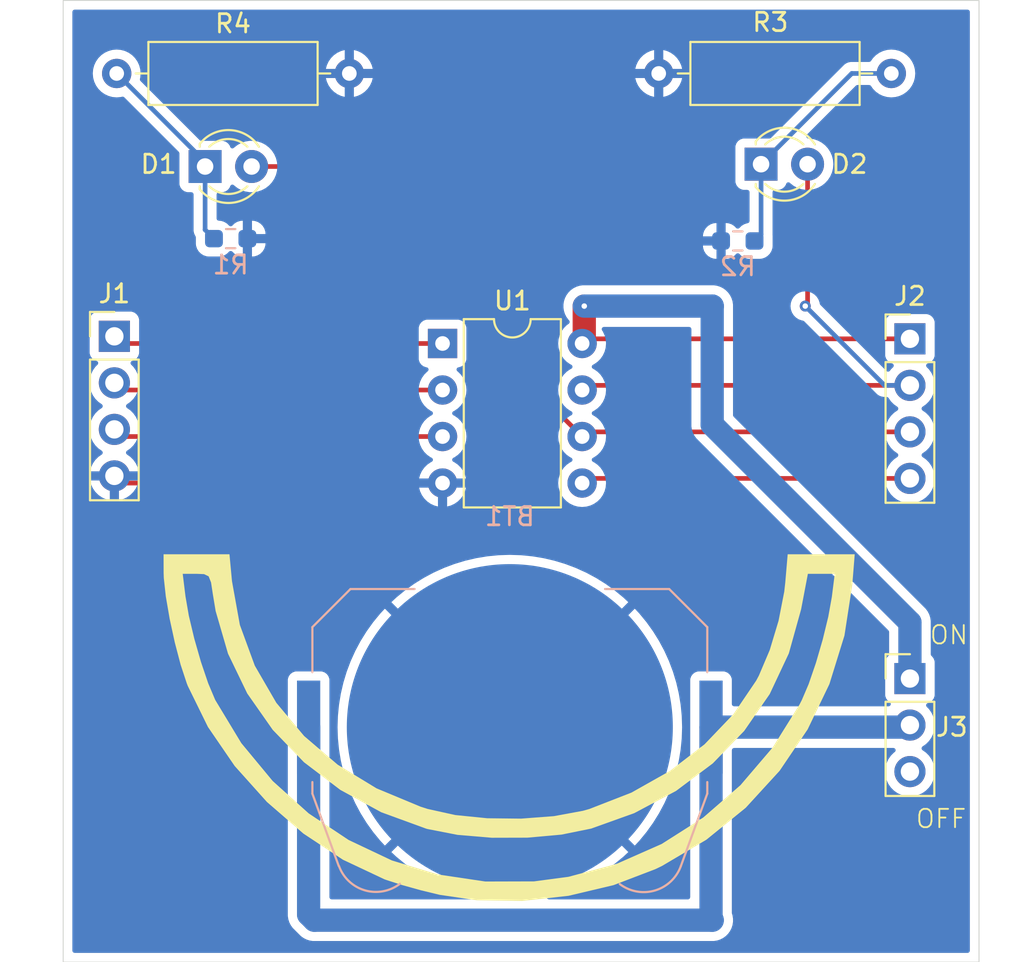
<source format=kicad_pcb>
(kicad_pcb (version 20240108) (generator "pcbnew") (generator_version "8.0")
  (layers (0 "F.Cu" signal) (31 "B.Cu" signal) (34 "B.Paste" user) (35 "F.Paste" user) (36 "B.SilkS" user "B.Silkscreen") (37 "F.SilkS" user "F.Silkscreen") (38 "B.Mask" user) (39 "F.Mask" user) (44 "Edge.Cuts" user))
  (net 0 "")
  (net 1 "Net-(D1-K)")
  (net 2 "Net-(D1-A)")
  (net 3 "Net-(D2-K)")
  (net 4 "Net-(D2-A)")
  (net 5 "GND")
  (net 6 "Net-(J1-Pin_2)")
  (net 7 "Net-(J1-Pin_3)")
  (net 8 "Net-(J1-Pin_1)")
  (net 9 "Net-(J2-Pin_4)")
  (net 10 "+3V0")
  (net 11 "Net-(J2-Pin_1)")
  (footprint "Package_DIP:DIP-8_W7.62mm" (layer "F.Cu") (at 115.707 86.116)
    (property "Reference" "U1" (at 3.81 -2.33 0) (layer "F.SilkS"))
    (property "Value" "ATtiny85V-10P")
    (fp_line (start 1.16 -1.33) (end 1.16 8.95) (stroke (width 0.12)) (layer "F.SilkS"))
    (fp_line (start 1.16 8.95) (end 6.46 8.95) (stroke (width 0.12)) (layer "F.SilkS"))
    (fp_line (start 2.81 -1.33) (end 1.16 -1.33) (stroke (width 0.12)) (layer "F.SilkS"))
    (fp_line (start 6.46 -1.33) (end 4.81 -1.33) (stroke (width 0.12)) (layer "F.SilkS"))
    (fp_line (start 6.46 8.95) (end 6.46 -1.33) (stroke (width 0.12)) (layer "F.SilkS"))
    (fp_arc (start 4.81 -1.33) (mid 3.81 -0.33) (end 2.81 -1.33) (stroke (width 0.12)) (layer "F.SilkS"))
    (pad "1" thru_hole rect (at 0 0) (size 1.6 1.6) (drill 0.8) (layers "*.Cu" "*.Mask") (net 8 "Net-(J1-Pin_1)"))
    (pad "2" thru_hole oval (at 0 2.54) (size 1.6 1.6) (drill 0.8) (layers "*.Cu" "*.Mask") (net 6 "Net-(J1-Pin_2)"))
    (pad "3" thru_hole oval (at 0 5.08) (size 1.6 1.6) (drill 0.8) (layers "*.Cu" "*.Mask") (net 7 "Net-(J1-Pin_3)"))
    (pad "4" thru_hole oval (at 0 7.62) (size 1.6 1.6) (drill 0.8) (layers "*.Cu" "*.Mask") (net 5 "GND"))
    (pad "5" thru_hole oval (at 7.62 7.62) (size 1.6 1.6) (drill 0.8) (layers "*.Cu" "*.Mask") (net 9 "Net-(J2-Pin_4)"))
    (pad "6" thru_hole oval (at 7.62 5.08) (size 1.6 1.6) (drill 0.8) (layers "*.Cu" "*.Mask") (net 2 "Net-(D1-A)"))
    (pad "7" thru_hole oval (at 7.62 2.54) (size 1.6 1.6) (drill 0.8) (layers "*.Cu" "*.Mask") (net 4 "Net-(D2-A)"))
    (pad "8" thru_hole oval (at 7.62 0) (size 1.6 1.6) (drill 0.8) (layers "*.Cu" "*.Mask") (net 11 "Net-(J2-Pin_1)"))
  )
  (footprint "LOGO" (layer "F.Cu") (at 119.634 107.442)
    (property "Reference" "G***" (hide yes))
    (property "Value" "LOGO" (hide yes))
    (fp_poly (pts (xy -15.422452 -8.349628) (xy -14.992039 -5.961171) (xy -14.177467 -3.739059) (xy -13.001211 -1.709446) (xy -11.485742 0.101516) (xy -9.653534 1.667675) (xy -7.527059 2.962879) (xy -5.128791 3.960975) (xy -4.735593 4.086966) (xy -3.233628 4.418188) (xy -1.483232 4.593854) (xy 0.363116 4.613966) (xy 2.152939 4.478522) (xy 3.733758 4.187523) (xy 4.089831 4.086966) (xy 6.38506 3.193402) (xy 8.499875 2.001299) (xy 10.377726 0.555178) (xy 11.96206 -1.100442) (xy 13.19633 -2.921042) (xy 13.344146 -3.198537) (xy 13.935967 -4.59129) (xy 14.417932 -6.19016) (xy 14.728162 -7.777033) (xy 14.783177 -8.271008) (xy 14.915714 -9.818487) (xy 16.745694 -9.818487) (xy 18.575674 -9.818487) (xy 18.44415 -8.164286) (xy 18.014609 -5.377595) (xy 17.194281 -2.731306) (xy 16.00688 -0.259691) (xy 14.476126 2.002972) (xy 12.625734 4.022408) (xy 10.479421 5.764343) (xy 8.060905 7.1945) (xy 7.694077 7.371587) (xy 5.410585 8.244791) (xy 2.949911 8.828448) (xy 0.424535 9.109177) (xy -2.053065 9.073601) (xy -4.08983 8.77326) (xy -5.115529 8.52462) (xy -6.151071 8.23598) (xy -6.996646 7.963623) (xy -7.103389 7.924401) (xy -9.367988 6.857069) (xy -11.527367 5.428711) (xy -13.517674 3.702645) (xy -15.27506 1.74219) (xy -16.735672 -0.389335) (xy -17.835661 -2.628613) (xy -17.892545 -2.77479) (xy -18.224998 -3.784883) (xy -18.546088 -5.006231) (xy -18.826251 -6.297599) (xy -19.035922 -7.517754) (xy -19.145535 -8.525462) (xy -19.153028 -8.75126) (xy -18.112333 -8.75126) (xy -17.962022 -7.523949) (xy -17.778235 -6.460353) (xy -17.481593 -5.214847) (xy -17.115128 -3.936957) (xy -16.721871 -2.77621) (xy -16.344853 -1.882131) (xy -16.329791 -1.852203) (xy -14.912023 0.492251) (xy -13.200597 2.558859) (xy -11.234205 4.32827) (xy -9.051539 5.781138) (xy -6.691292 6.898112) (xy -4.192157 7.659845) (xy -1.592827 8.046987) (xy 1.068007 8.040191) (xy 2.951692 7.789697) (xy 5.57473 7.083666) (xy 8.037576 5.996219) (xy 10.304091 4.554724) (xy 12.338132 2.78655) (xy 14.103559 0.719067) (xy 15.564233 -1.620359) (xy 15.684029 -1.852203) (xy 16.060289 -2.731661) (xy 16.455933 -3.883842) (xy 16.827542 -5.159147) (xy 17.131695 -6.407975) (xy 17.324974 -7.480727) (xy 17.330829 -7.526116) (xy 17.485198 -8.75126) (xy 16.751948 -8.75126) (xy 16.018698 -8.75126) (xy 15.649058 -6.812364) (xy 14.978651 -4.406122) (xy 13.934052 -2.183878) (xy 12.541609 -0.173147) (xy 10.827672 1.598557) (xy 8.818591 3.103719) (xy 6.540715 4.314824) (xy 4.185278 5.158488) (xy 2.565226 5.487149) (xy 0.704393 5.653796) (xy -1.239704 5.65843) (xy -3.109547 5.501049) (xy -4.747618 5.181655) (xy -4.831039 5.158488) (xy -7.279438 4.263734) (xy -9.510947 3.044184) (xy -11.49413 1.534395) (xy -13.197545 -0.231078) (xy -14.589756 -2.21768) (xy -15.639322 -4.390855) (xy -16.314805 -6.716046) (xy -16.466651 -7.630672) (xy -16.566014 -8.280472) (xy -16.697441 -8.612956) (xy -16.946041 -8.734443) (xy -17.363654 -8.75126) (xy -18.112333 -8.75126) (xy -19.153028 -8.75126) (xy -19.154799 -8.804622) (xy -19.157627 -9.818487) (xy -17.358876 -9.818487) (xy -15.560125 -9.818487)) (fill solid) (layer "F.SilkS"))
  )
  (footprint "Connector_PinHeader_2.54mm:PinHeader_1x04_P2.54mm_Vertical" (layer "F.Cu") (at 97.79 85.725)
    (property "Reference" "J1" (at 0 -2.33 0) (layer "F.SilkS"))
    (property "Value" "Conn_01x04_Pin")
    (fp_line (start -1.33 -1.33) (end 0 -1.33) (stroke (width 0.12)) (layer "F.SilkS"))
    (fp_line (start -1.33 0) (end -1.33 -1.33) (stroke (width 0.12)) (layer "F.SilkS"))
    (fp_line (start -1.33 1.27) (end -1.33 8.95) (stroke (width 0.12)) (layer "F.SilkS"))
    (fp_line (start -1.33 1.27) (end 1.33 1.27) (stroke (width 0.12)) (layer "F.SilkS"))
    (fp_line (start -1.33 8.95) (end 1.33 8.95) (stroke (width 0.12)) (layer "F.SilkS"))
    (fp_line (start 1.33 1.27) (end 1.33 8.95) (stroke (width 0.12)) (layer "F.SilkS"))
    (pad "1" thru_hole rect (at 0 0) (size 1.7 1.7) (drill 1) (layers "*.Cu" "*.Mask") (net 8 "Net-(J1-Pin_1)"))
    (pad "2" thru_hole oval (at 0 2.54) (size 1.7 1.7) (drill 1) (layers "*.Cu" "*.Mask") (net 6 "Net-(J1-Pin_2)"))
    (pad "3" thru_hole oval (at 0 5.08) (size 1.7 1.7) (drill 1) (layers "*.Cu" "*.Mask") (net 7 "Net-(J1-Pin_3)"))
    (pad "4" thru_hole oval (at 0 7.62) (size 1.7 1.7) (drill 1) (layers "*.Cu" "*.Mask") (net 5 "GND"))
  )
  (footprint "Resistor_THT:R_Axial_DIN0309_L9.0mm_D3.2mm_P12.70mm_Horizontal" (layer "F.Cu") (at 97.917 71.374)
    (property "Reference" "R4" (at 6.35 -2.72 0) (layer "F.SilkS"))
    (property "Value" "1M")
    (fp_line (start 1.04 0) (end 1.73 0) (stroke (width 0.12)) (layer "F.SilkS"))
    (fp_line (start 1.73 -1.72) (end 1.73 1.72) (stroke (width 0.12)) (layer "F.SilkS"))
    (fp_line (start 1.73 1.72) (end 10.97 1.72) (stroke (width 0.12)) (layer "F.SilkS"))
    (fp_line (start 10.97 -1.72) (end 1.73 -1.72) (stroke (width 0.12)) (layer "F.SilkS"))
    (fp_line (start 10.97 1.72) (end 10.97 -1.72) (stroke (width 0.12)) (layer "F.SilkS"))
    (fp_line (start 11.66 0) (end 10.97 0) (stroke (width 0.12)) (layer "F.SilkS"))
    (pad "1" thru_hole circle (at 0 0) (size 1.6 1.6) (drill 0.8) (layers "*.Cu" "*.Mask") (net 1 "Net-(D1-K)"))
    (pad "2" thru_hole oval (at 12.7 0) (size 1.6 1.6) (drill 0.8) (layers "*.Cu" "*.Mask") (net 5 "GND"))
  )
  (footprint "LED_THT:LED_D3.0mm" (layer "F.Cu") (at 133.096 76.327)
    (property "Reference" "D2" (at 4.826 0 0) (layer "F.SilkS"))
    (property "Value" "LED")
    (fp_line (start -0.29 -1.236) (end -0.29 -1.08) (stroke (width 0.12)) (layer "F.SilkS"))
    (fp_line (start -0.29 1.08) (end -0.29 1.236) (stroke (width 0.12)) (layer "F.SilkS"))
    (fp_arc (start -0.29 -1.235516) (mid 1.365624 -1.987701) (end 2.941397 -1.080061) (stroke (width 0.12)) (layer "F.SilkS"))
    (fp_arc (start 0.229039 -1.08) (mid 1.269965 -1.5) (end 2.31091 -1.080049) (stroke (width 0.12)) (layer "F.SilkS"))
    (fp_arc (start 2.31091 1.080049) (mid 1.269965 1.5) (end 0.229039 1.08) (stroke (width 0.12)) (layer "F.SilkS"))
    (fp_arc (start 2.941397 1.080061) (mid 1.365624 1.987701) (end -0.29 1.235516) (stroke (width 0.12)) (layer "F.SilkS"))
    (pad "1" thru_hole rect (at 0 0) (size 1.8 1.8) (drill 0.9) (layers "*.Cu" "*.Mask") (net 3 "Net-(D2-K)"))
    (pad "2" thru_hole circle (at 2.54 0) (size 1.8 1.8) (drill 0.9) (layers "*.Cu" "*.Mask") (net 4 "Net-(D2-A)"))
  )
  (footprint "Connector_PinHeader_2.54mm:PinHeader_1x03_P2.54mm_Vertical" (layer "F.Cu") (at 141.224 104.409)
    (property "Reference" "J3" (at 2.286 2.652 0) (layer "F.SilkS"))
    (property "Value" "Conn_01x03_Pin")
    (fp_line (start -1.33 -1.33) (end 0 -1.33) (stroke (width 0.12)) (layer "F.SilkS"))
    (fp_line (start -1.33 0) (end -1.33 -1.33) (stroke (width 0.12)) (layer "F.SilkS"))
    (fp_line (start -1.33 1.27) (end -1.33 6.41) (stroke (width 0.12)) (layer "F.SilkS"))
    (fp_line (start -1.33 1.27) (end 1.33 1.27) (stroke (width 0.12)) (layer "F.SilkS"))
    (fp_line (start -1.33 6.41) (end 1.33 6.41) (stroke (width 0.12)) (layer "F.SilkS"))
    (fp_line (start 1.33 1.27) (end 1.33 6.41) (stroke (width 0.12)) (layer "F.SilkS"))
    (pad "1" thru_hole rect (at 0 0) (size 1.7 1.7) (drill 1) (layers "*.Cu" "*.Mask") (net 11 "Net-(J2-Pin_1)"))
    (pad "2" thru_hole oval (at 0 2.54) (size 1.7 1.7) (drill 1) (layers "*.Cu" "*.Mask") (net 10 "+3V0"))
    (pad "3" thru_hole oval (at 0 5.08) (size 1.7 1.7) (drill 1) (layers "*.Cu" "*.Mask"))
  )
  (footprint "LED_THT:LED_D3.0mm" (layer "F.Cu") (at 102.743 76.454)
    (property "Reference" "D1" (at -2.54 -0.127 0) (layer "F.SilkS"))
    (property "Value" "LED")
    (fp_line (start -0.29 -1.236) (end -0.29 -1.08) (stroke (width 0.12)) (layer "F.SilkS"))
    (fp_line (start -0.29 1.08) (end -0.29 1.236) (stroke (width 0.12)) (layer "F.SilkS"))
    (fp_arc (start -0.29 -1.235516) (mid 1.365624 -1.987701) (end 2.941397 -1.080061) (stroke (width 0.12)) (layer "F.SilkS"))
    (fp_arc (start 0.229039 -1.08) (mid 1.269965 -1.5) (end 2.31091 -1.080049) (stroke (width 0.12)) (layer "F.SilkS"))
    (fp_arc (start 2.31091 1.080049) (mid 1.269965 1.5) (end 0.229039 1.08) (stroke (width 0.12)) (layer "F.SilkS"))
    (fp_arc (start 2.941397 1.080061) (mid 1.365624 1.987701) (end -0.29 1.235516) (stroke (width 0.12)) (layer "F.SilkS"))
    (pad "1" thru_hole rect (at 0 0) (size 1.8 1.8) (drill 0.9) (layers "*.Cu" "*.Mask") (net 1 "Net-(D1-K)"))
    (pad "2" thru_hole circle (at 2.54 0) (size 1.8 1.8) (drill 0.9) (layers "*.Cu" "*.Mask") (net 2 "Net-(D1-A)"))
  )
  (footprint "Connector_PinHeader_2.54mm:PinHeader_1x04_P2.54mm_Vertical" (layer "F.Cu") (at 141.224 85.862)
    (property "Reference" "J2" (at 0 -2.33 0) (layer "F.SilkS"))
    (property "Value" "Conn_01x04_Pin")
    (fp_line (start -1.33 -1.33) (end 0 -1.33) (stroke (width 0.12)) (layer "F.SilkS"))
    (fp_line (start -1.33 0) (end -1.33 -1.33) (stroke (width 0.12)) (layer "F.SilkS"))
    (fp_line (start -1.33 1.27) (end -1.33 8.95) (stroke (width 0.12)) (layer "F.SilkS"))
    (fp_line (start -1.33 1.27) (end 1.33 1.27) (stroke (width 0.12)) (layer "F.SilkS"))
    (fp_line (start -1.33 8.95) (end 1.33 8.95) (stroke (width 0.12)) (layer "F.SilkS"))
    (fp_line (start 1.33 1.27) (end 1.33 8.95) (stroke (width 0.12)) (layer "F.SilkS"))
    (pad "1" thru_hole rect (at 0 0) (size 1.7 1.7) (drill 1) (layers "*.Cu" "*.Mask") (net 11 "Net-(J2-Pin_1)"))
    (pad "2" thru_hole oval (at 0 2.54) (size 1.7 1.7) (drill 1) (layers "*.Cu" "*.Mask") (net 4 "Net-(D2-A)"))
    (pad "3" thru_hole oval (at 0 5.08) (size 1.7 1.7) (drill 1) (layers "*.Cu" "*.Mask") (net 2 "Net-(D1-A)"))
    (pad "4" thru_hole oval (at 0 7.62) (size 1.7 1.7) (drill 1) (layers "*.Cu" "*.Mask") (net 9 "Net-(J2-Pin_4)"))
  )
  (footprint "Resistor_THT:R_Axial_DIN0309_L9.0mm_D3.2mm_P12.70mm_Horizontal" (layer "F.Cu") (at 140.208 71.374 180)
    (property "Reference" "R3" (at 6.604 2.794 0) (layer "F.SilkS"))
    (property "Value" "1M")
    (fp_line (start 11.66 0) (end 10.97 0) (stroke (width 0.12)) (layer "F.SilkS"))
    (fp_line (start 10.97 1.72) (end 10.97 -1.72) (stroke (width 0.12)) (layer "F.SilkS"))
    (fp_line (start 10.97 -1.72) (end 1.73 -1.72) (stroke (width 0.12)) (layer "F.SilkS"))
    (fp_line (start 1.73 1.72) (end 10.97 1.72) (stroke (width 0.12)) (layer "F.SilkS"))
    (fp_line (start 1.73 -1.72) (end 1.73 1.72) (stroke (width 0.12)) (layer "F.SilkS"))
    (fp_line (start 1.04 0) (end 1.73 0) (stroke (width 0.12)) (layer "F.SilkS"))
    (pad "1" thru_hole circle (at 0 0 180) (size 1.6 1.6) (drill 0.8) (layers "*.Cu" "*.Mask") (net 3 "Net-(D2-K)"))
    (pad "2" thru_hole oval (at 12.7 0 180) (size 1.6 1.6) (drill 0.8) (layers "*.Cu" "*.Mask") (net 5 "GND"))
  )
  (footprint "Battery:BatteryHolder_Keystone_3034_1x20mm" (layer "B.Cu") (at 119.38 107.061 180)
    (property "Reference" "BT1" (at 0 11.5 0) (layer "B.SilkS") (effects (justify mirror)))
    (property "Value" "Battery_Cell")
    (fp_line (start 10.78 5.46) (end 8.7 7.54) (stroke (width 0.12)) (layer "B.SilkS"))
    (fp_line (start 10.78 3) (end 10.78 5.46) (stroke (width 0.12)) (layer "B.SilkS"))
    (fp_line (start 10.78 -3.63) (end 10.78 -3) (stroke (width 0.12)) (layer "B.SilkS"))
    (fp_line (start 9.34 -7.58) (end 10.78 -3.63) (stroke (width 0.12)) (layer "B.SilkS"))
    (fp_line (start 5.2 7.54) (end 8.7 7.54) (stroke (width 0.12)) (layer "B.SilkS"))
    (fp_line (start -8.7 7.54) (end -5.2 7.54) (stroke (width 0.12)) (layer "B.SilkS"))
    (fp_line (start -9.34 -7.58) (end -10.78 -3.63) (stroke (width 0.12)) (layer "B.SilkS"))
    (fp_line (start -10.78 5.46) (end -8.7 7.54) (stroke (width 0.12)) (layer "B.SilkS"))
    (fp_line (start -10.78 3) (end -10.78 5.46) (stroke (width 0.12)) (layer "B.SilkS"))
    (fp_line (start -10.78 -3.63) (end -10.78 -3) (stroke (width 0.12)) (layer "B.SilkS"))
    (fp_arc (start 6 -8.55) (mid 7.90634 -8.911669) (end 9.325243 -7.588169) (stroke (width 0.12)) (layer "B.SilkS"))
    (fp_arc (start -9.34 -7.58) (mid -7.921654 -8.918738) (end -6.003354 -8.56653) (stroke (width 0.12)) (layer "B.SilkS"))
    (pad "1" smd rect (at -10.985 0 180) (size 1.27 5.08) (layers "B.Cu" "B.Paste" "B.Mask") (net 10 "+3V0"))
    (pad "1" smd rect (at 10.985 0 180) (size 1.27 5.08) (layers "B.Cu" "B.Paste" "B.Mask") (net 10 "+3V0"))
    (pad "2" smd circle (at 0 0 180) (size 17.8 17.8) (layers "B.Cu" "B.Mask") (net 5 "GND"))
  )
  (footprint "Resistor_SMD:R_0603_1608Metric_Pad0.98x0.95mm_HandSolder" (layer "B.Cu") (at 131.826 80.518 180)
    (property "Reference" "R2" (at 0 -1.397 0) (layer "B.SilkS") (effects (justify mirror)))
    (property "Value" "1k")
    (fp_line (start 0.254724 0.5225) (end -0.254724 0.5225) (stroke (width 0.12)) (layer "B.SilkS"))
    (fp_line (start 0.254724 -0.5225) (end -0.254724 -0.5225) (stroke (width 0.12)) (layer "B.SilkS"))
    (pad "1" smd roundrect (at -0.9125 0 180) (size 0.975 0.95) (layers "B.Cu" "B.Paste" "B.Mask") (net 3 "Net-(D2-K)"))
    (pad "2" smd roundrect (at 0.9125 0 180) (size 0.975 0.95) (layers "B.Cu" "B.Paste" "B.Mask") (net 5 "GND"))
  )
  (footprint "Resistor_SMD:R_0603_1608Metric_Pad0.98x0.95mm_HandSolder" (layer "B.Cu") (at 104.14 80.391)
    (property "Reference" "R1" (at 0 1.43 0) (layer "B.SilkS") (effects (justify mirror)))
    (property "Value" "1k")
    (fp_line (start 0.254724 -0.5225) (end -0.254724 -0.5225) (stroke (width 0.12)) (layer "B.SilkS"))
    (fp_line (start 0.254724 0.5225) (end -0.254724 0.5225) (stroke (width 0.12)) (layer "B.SilkS"))
    (pad "1" smd roundrect (at -0.9125 0) (size 0.975 0.95) (layers "B.Cu" "B.Paste" "B.Mask") (net 1 "Net-(D1-K)"))
    (pad "2" smd roundrect (at 0.9125 0) (size 0.975 0.95) (layers "B.Cu" "B.Paste" "B.Mask") (net 5 "GND"))
  )
  (gr_rect (start 94.996 67.388) (end 144.996 119.888) (stroke (width 0.05)) (fill none) (layer "Edge.Cuts"))
  (gr_text "OFF" (at 141.478 112.649 0) (layer "F.SilkS") (effects (font (size 1 1) (thickness 0.1)) (justify left bottom)))
  (gr_text "ON" (at 142.24 102.616 0) (layer "F.SilkS") (effects (font (size 1 1) (thickness 0.1)) (justify left bottom)))
  (segment (start 97.917 71.374) (end 102.743 76.2) (width 0.254) (layer "B.Cu") (net 1))
  (segment (start 102.743 79.9065) (end 103.2275 80.391) (width 0.254) (layer "B.Cu") (net 1))
  (segment (start 102.743 76.454) (end 102.743 79.9065) (width 0.254) (layer "B.Cu") (net 1))
  (segment (start 102.743 76.2) (end 102.743 76.454) (width 0.254) (layer "B.Cu") (net 1))
  (segment (start 123.327 91.196) (end 108.585 76.454) (width 0.254) (layer "F.Cu") (net 2))
  (segment (start 123.581 90.942) (end 123.327 91.196) (width 0.254) (layer "F.Cu") (net 2))
  (segment (start 141.224 90.942) (end 123.581 90.942) (width 0.254) (layer "F.Cu") (net 2))
  (segment (start 108.585 76.454) (end 105.283 76.454) (width 0.254) (layer "F.Cu") (net 2))
  (segment (start 138.049 71.374) (end 133.096 76.327) (width 0.254) (layer "B.Cu") (net 3))
  (segment (start 133.096 76.327) (end 133.096 80.1605) (width 0.254) (layer "B.Cu") (net 3))
  (segment (start 140.208 71.374) (end 138.049 71.374) (width 0.254) (layer "B.Cu") (net 3))
  (segment (start 133.096 80.1605) (end 132.7385 80.518) (width 0.254) (layer "B.Cu") (net 3))
  (segment (start 135.509 84.074) (end 135.636 83.947) (width 0.254) (layer "F.Cu") (net 4))
  (segment (start 141.224 88.402) (end 123.581 88.402) (width 0.254) (layer "F.Cu") (net 4))
  (segment (start 123.581 88.402) (end 123.327 88.656) (width 0.254) (layer "F.Cu") (net 4))
  (segment (start 135.636 83.947) (end 135.636 76.327) (width 0.254) (layer "F.Cu") (net 4))
  (via (at 135.509 84.074) (size 0.6) (drill 0.3) (layers "F.Cu" "B.Cu") (net 4))
  (segment (start 139.837 88.402) (end 135.509 84.074) (width 0.254) (layer "B.Cu") (net 4))
  (segment (start 141.224 88.402) (end 139.837 88.402) (width 0.254) (layer "B.Cu") (net 4))
  (segment (start 98.181 93.736) (end 97.79 93.345) (width 0.254) (layer "F.Cu") (net 5))
  (segment (start 115.707 93.736) (end 98.181 93.736) (width 0.254) (layer "F.Cu") (net 5))
  (segment (start 115.707 88.656) (end 98.181 88.656) (width 0.254) (layer "F.Cu") (net 6))
  (segment (start 98.181 88.656) (end 97.79 88.265) (width 0.254) (layer "F.Cu") (net 6))
  (segment (start 98.181 91.196) (end 97.79 90.805) (width 0.254) (layer "F.Cu") (net 7))
  (segment (start 115.707 91.196) (end 98.181 91.196) (width 0.254) (layer "F.Cu") (net 7))
  (segment (start 98.181 86.116) (end 97.79 85.725) (width 0.254) (layer "F.Cu") (net 8))
  (segment (start 115.707 86.116) (end 98.181 86.116) (width 0.254) (layer "F.Cu") (net 8))
  (segment (start 123.581 93.482) (end 123.327 93.736) (width 0.254) (layer "F.Cu") (net 9))
  (segment (start 141.224 93.482) (end 123.581 93.482) (width 0.254) (layer "F.Cu") (net 9))
  (segment (start 130.365 107.061) (end 130.365 117.538) (width 1.27) (layer "B.Cu") (net 10))
  (segment (start 130.365 107.061) (end 141.112 107.061) (width 1.27) (layer "B.Cu") (net 10))
  (segment (start 108.712 117.602) (end 108.395 117.285) (width 1.27) (layer "B.Cu") (net 10))
  (segment (start 141.112 107.061) (end 141.224 106.949) (width 1.27) (layer "B.Cu") (net 10))
  (segment (start 130.429 117.602) (end 108.712 117.602) (width 1.27) (layer "B.Cu") (net 10))
  (segment (start 108.395 117.285) (end 108.395 107.061) (width 1.27) (layer "B.Cu") (net 10))
  (segment (start 130.365 117.538) (end 130.429 117.602) (width 1.27) (layer "B.Cu") (net 10))
  (segment (start 123.444 84.074) (end 123.444 85.999) (width 1.27) (layer "F.Cu") (net 11))
  (segment (start 123.444 85.999) (end 123.327 86.116) (width 1.27) (layer "F.Cu") (net 11))
  (segment (start 141.224 85.862) (end 123.581 85.862) (width 0.254) (layer "F.Cu") (net 11))
  (segment (start 123.581 85.862) (end 123.327 86.116) (width 0.254) (layer "F.Cu") (net 11))
  (via (at 123.444 84.074) (size 0.6) (drill 0.3) (layers "F.Cu" "B.Cu") (net 11))
  (segment (start 130.365 84.138) (end 130.429 84.074) (width 1.27) (layer "B.Cu") (net 11))
  (segment (start 141.224 104.409) (end 141.224 101.346) (width 1.27) (layer "B.Cu") (net 11))
  (segment (start 141.224 101.346) (end 130.429 90.551) (width 1.27) (layer "B.Cu") (net 11))
  (segment (start 130.429 90.551) (end 130.429 84.074) (width 1.27) (layer "B.Cu") (net 11))
  (segment (start 130.429 84.074) (end 123.444 84.074) (width 1.27) (layer "B.Cu") (net 11))
  (zone (net 5) (net_name "GND") (layer "B.Cu") (connect_pads (clearance 0.5)) (min_thickness 0.25) (fill yes (thermal_gap 0.5) (thermal_bridge_width 0.5))
    (polygon (pts (xy 94.6912 67.388) (xy 94.996 119.888) (xy 144.996 119.888) (xy 144.996 67.388)))
  )
)
</source>
